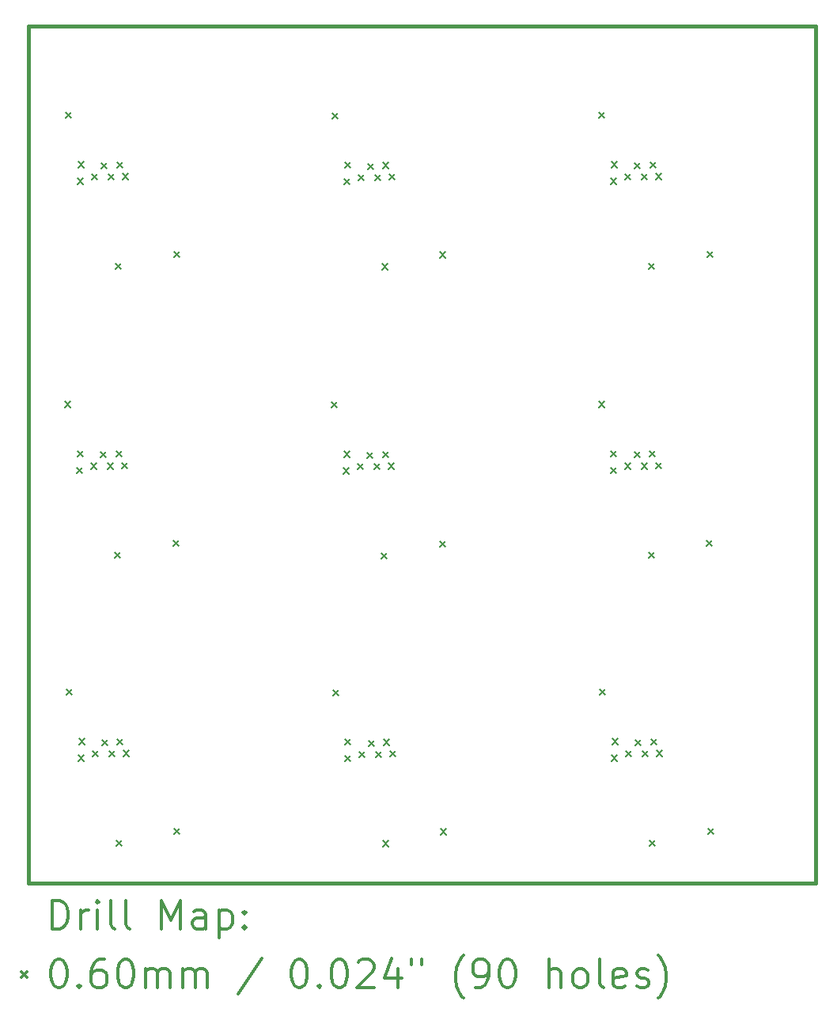
<source format=gbr>
%FSLAX45Y45*%
G04 Gerber Fmt 4.5, Leading zero omitted, Abs format (unit mm)*
G04 Created by KiCad (PCBNEW 4.0.5+dfsg1-4) date Wed Nov 21 21:13:59 2018*
%MOMM*%
%LPD*%
G01*
G04 APERTURE LIST*
%ADD10C,0.127000*%
%ADD11C,0.381000*%
%ADD12C,0.200000*%
%ADD13C,0.300000*%
G04 APERTURE END LIST*
D10*
D11*
X18522950Y-5708650D02*
X18522950Y-14878050D01*
X10102850Y-5708650D02*
X18522950Y-5708650D01*
X10102850Y-14878050D02*
X10102850Y-5708650D01*
X18522950Y-14878050D02*
X10102850Y-14878050D01*
D12*
X10492878Y-9723628D02*
X10552822Y-9783572D01*
X10552822Y-9723628D02*
X10492878Y-9783572D01*
X10499228Y-6631178D02*
X10559172Y-6691122D01*
X10559172Y-6631178D02*
X10499228Y-6691122D01*
X10505578Y-12803378D02*
X10565522Y-12863322D01*
X10565522Y-12803378D02*
X10505578Y-12863322D01*
X10618978Y-10428478D02*
X10678922Y-10488422D01*
X10678922Y-10428478D02*
X10618978Y-10488422D01*
X10625328Y-7336028D02*
X10685272Y-7395972D01*
X10685272Y-7336028D02*
X10625328Y-7395972D01*
X10625328Y-10250678D02*
X10685272Y-10310622D01*
X10685272Y-10250678D02*
X10625328Y-10310622D01*
X10631678Y-7158228D02*
X10691622Y-7218172D01*
X10691622Y-7158228D02*
X10631678Y-7218172D01*
X10631678Y-13508228D02*
X10691622Y-13568172D01*
X10691622Y-13508228D02*
X10631678Y-13568172D01*
X10638028Y-13330428D02*
X10697972Y-13390372D01*
X10697972Y-13330428D02*
X10638028Y-13390372D01*
X10771378Y-10384028D02*
X10831322Y-10443972D01*
X10831322Y-10384028D02*
X10771378Y-10443972D01*
X10777728Y-7291578D02*
X10837672Y-7351522D01*
X10837672Y-7291578D02*
X10777728Y-7351522D01*
X10784078Y-13463778D02*
X10844022Y-13523722D01*
X10844022Y-13463778D02*
X10784078Y-13523722D01*
X10872978Y-10263378D02*
X10932922Y-10323322D01*
X10932922Y-10263378D02*
X10872978Y-10323322D01*
X10879328Y-7170928D02*
X10939272Y-7230872D01*
X10939272Y-7170928D02*
X10879328Y-7230872D01*
X10885678Y-13343128D02*
X10945622Y-13403072D01*
X10945622Y-13343128D02*
X10885678Y-13403072D01*
X10949178Y-10384028D02*
X11009122Y-10443972D01*
X11009122Y-10384028D02*
X10949178Y-10443972D01*
X10955528Y-7291578D02*
X11015472Y-7351522D01*
X11015472Y-7291578D02*
X10955528Y-7351522D01*
X10961878Y-13463778D02*
X11021822Y-13523722D01*
X11021822Y-13463778D02*
X10961878Y-13523722D01*
X11025378Y-11336528D02*
X11085322Y-11396472D01*
X11085322Y-11336528D02*
X11025378Y-11396472D01*
X11031728Y-8244078D02*
X11091672Y-8304022D01*
X11091672Y-8244078D02*
X11031728Y-8304022D01*
X11038078Y-14416278D02*
X11098022Y-14476222D01*
X11098022Y-14416278D02*
X11038078Y-14476222D01*
X11039178Y-10253028D02*
X11099122Y-10312972D01*
X11099122Y-10253028D02*
X11039178Y-10312972D01*
X11045528Y-7160578D02*
X11105472Y-7220522D01*
X11105472Y-7160578D02*
X11045528Y-7220522D01*
X11051878Y-13332778D02*
X11111822Y-13392722D01*
X11111822Y-13332778D02*
X11051878Y-13392722D01*
X11101578Y-10377678D02*
X11161522Y-10437622D01*
X11161522Y-10377678D02*
X11101578Y-10437622D01*
X11107928Y-7285228D02*
X11167872Y-7345172D01*
X11167872Y-7285228D02*
X11107928Y-7345172D01*
X11114278Y-13457428D02*
X11174222Y-13517372D01*
X11174222Y-13457428D02*
X11114278Y-13517372D01*
X11647678Y-11209528D02*
X11707622Y-11269472D01*
X11707622Y-11209528D02*
X11647678Y-11269472D01*
X11654028Y-8117078D02*
X11713972Y-8177022D01*
X11713972Y-8117078D02*
X11654028Y-8177022D01*
X11660378Y-14289278D02*
X11720322Y-14349222D01*
X11720322Y-14289278D02*
X11660378Y-14349222D01*
X13344028Y-9729978D02*
X13403972Y-9789922D01*
X13403972Y-9729978D02*
X13344028Y-9789922D01*
X13350378Y-6637528D02*
X13410322Y-6697472D01*
X13410322Y-6637528D02*
X13350378Y-6697472D01*
X13356728Y-12809728D02*
X13416672Y-12869672D01*
X13416672Y-12809728D02*
X13356728Y-12869672D01*
X13470128Y-10434828D02*
X13530072Y-10494772D01*
X13530072Y-10434828D02*
X13470128Y-10494772D01*
X13476478Y-7342378D02*
X13536422Y-7402322D01*
X13536422Y-7342378D02*
X13476478Y-7402322D01*
X13476478Y-10257028D02*
X13536422Y-10316972D01*
X13536422Y-10257028D02*
X13476478Y-10316972D01*
X13482828Y-7164578D02*
X13542772Y-7224522D01*
X13542772Y-7164578D02*
X13482828Y-7224522D01*
X13482828Y-13514578D02*
X13542772Y-13574522D01*
X13542772Y-13514578D02*
X13482828Y-13574522D01*
X13489178Y-13336778D02*
X13549122Y-13396722D01*
X13549122Y-13336778D02*
X13489178Y-13396722D01*
X13622528Y-10390378D02*
X13682472Y-10450322D01*
X13682472Y-10390378D02*
X13622528Y-10450322D01*
X13628878Y-7297928D02*
X13688822Y-7357872D01*
X13688822Y-7297928D02*
X13628878Y-7357872D01*
X13635228Y-13470128D02*
X13695172Y-13530072D01*
X13695172Y-13470128D02*
X13635228Y-13530072D01*
X13724128Y-10269728D02*
X13784072Y-10329672D01*
X13784072Y-10269728D02*
X13724128Y-10329672D01*
X13730478Y-7177278D02*
X13790422Y-7237222D01*
X13790422Y-7177278D02*
X13730478Y-7237222D01*
X13736828Y-13349478D02*
X13796772Y-13409422D01*
X13796772Y-13349478D02*
X13736828Y-13409422D01*
X13800328Y-10390378D02*
X13860272Y-10450322D01*
X13860272Y-10390378D02*
X13800328Y-10450322D01*
X13806678Y-7297928D02*
X13866622Y-7357872D01*
X13866622Y-7297928D02*
X13806678Y-7357872D01*
X13813028Y-13470128D02*
X13872972Y-13530072D01*
X13872972Y-13470128D02*
X13813028Y-13530072D01*
X13876528Y-11342878D02*
X13936472Y-11402822D01*
X13936472Y-11342878D02*
X13876528Y-11402822D01*
X13882878Y-8250428D02*
X13942822Y-8310372D01*
X13942822Y-8250428D02*
X13882878Y-8310372D01*
X13889228Y-14422628D02*
X13949172Y-14482572D01*
X13949172Y-14422628D02*
X13889228Y-14482572D01*
X13890328Y-10259378D02*
X13950272Y-10319322D01*
X13950272Y-10259378D02*
X13890328Y-10319322D01*
X13896678Y-7166928D02*
X13956622Y-7226872D01*
X13956622Y-7166928D02*
X13896678Y-7226872D01*
X13903028Y-13339128D02*
X13962972Y-13399072D01*
X13962972Y-13339128D02*
X13903028Y-13399072D01*
X13952728Y-10384028D02*
X14012672Y-10443972D01*
X14012672Y-10384028D02*
X13952728Y-10443972D01*
X13959078Y-7291578D02*
X14019022Y-7351522D01*
X14019022Y-7291578D02*
X13959078Y-7351522D01*
X13965428Y-13463778D02*
X14025372Y-13523722D01*
X14025372Y-13463778D02*
X13965428Y-13523722D01*
X14498828Y-11215878D02*
X14558772Y-11275822D01*
X14558772Y-11215878D02*
X14498828Y-11275822D01*
X14505178Y-8123428D02*
X14565122Y-8183372D01*
X14565122Y-8123428D02*
X14505178Y-8183372D01*
X14511528Y-14295628D02*
X14571472Y-14355572D01*
X14571472Y-14295628D02*
X14511528Y-14355572D01*
X16201528Y-9723628D02*
X16261472Y-9783572D01*
X16261472Y-9723628D02*
X16201528Y-9783572D01*
X16207878Y-6631178D02*
X16267822Y-6691122D01*
X16267822Y-6631178D02*
X16207878Y-6691122D01*
X16214228Y-12803378D02*
X16274172Y-12863322D01*
X16274172Y-12803378D02*
X16214228Y-12863322D01*
X16327628Y-10428478D02*
X16387572Y-10488422D01*
X16387572Y-10428478D02*
X16327628Y-10488422D01*
X16333978Y-7336028D02*
X16393922Y-7395972D01*
X16393922Y-7336028D02*
X16333978Y-7395972D01*
X16333978Y-10250678D02*
X16393922Y-10310622D01*
X16393922Y-10250678D02*
X16333978Y-10310622D01*
X16340328Y-7158228D02*
X16400272Y-7218172D01*
X16400272Y-7158228D02*
X16340328Y-7218172D01*
X16340328Y-13508228D02*
X16400272Y-13568172D01*
X16400272Y-13508228D02*
X16340328Y-13568172D01*
X16346678Y-13330428D02*
X16406622Y-13390372D01*
X16406622Y-13330428D02*
X16346678Y-13390372D01*
X16480028Y-10384028D02*
X16539972Y-10443972D01*
X16539972Y-10384028D02*
X16480028Y-10443972D01*
X16486378Y-7291578D02*
X16546322Y-7351522D01*
X16546322Y-7291578D02*
X16486378Y-7351522D01*
X16492728Y-13463778D02*
X16552672Y-13523722D01*
X16552672Y-13463778D02*
X16492728Y-13523722D01*
X16581628Y-10263378D02*
X16641572Y-10323322D01*
X16641572Y-10263378D02*
X16581628Y-10323322D01*
X16587978Y-7170928D02*
X16647922Y-7230872D01*
X16647922Y-7170928D02*
X16587978Y-7230872D01*
X16594328Y-13343128D02*
X16654272Y-13403072D01*
X16654272Y-13343128D02*
X16594328Y-13403072D01*
X16657828Y-10384028D02*
X16717772Y-10443972D01*
X16717772Y-10384028D02*
X16657828Y-10443972D01*
X16664178Y-7291578D02*
X16724122Y-7351522D01*
X16724122Y-7291578D02*
X16664178Y-7351522D01*
X16670528Y-13463778D02*
X16730472Y-13523722D01*
X16730472Y-13463778D02*
X16670528Y-13523722D01*
X16734028Y-11336528D02*
X16793972Y-11396472D01*
X16793972Y-11336528D02*
X16734028Y-11396472D01*
X16740378Y-8244078D02*
X16800322Y-8304022D01*
X16800322Y-8244078D02*
X16740378Y-8304022D01*
X16746728Y-14416278D02*
X16806672Y-14476222D01*
X16806672Y-14416278D02*
X16746728Y-14476222D01*
X16747828Y-10253028D02*
X16807772Y-10312972D01*
X16807772Y-10253028D02*
X16747828Y-10312972D01*
X16754178Y-7160578D02*
X16814122Y-7220522D01*
X16814122Y-7160578D02*
X16754178Y-7220522D01*
X16760528Y-13332778D02*
X16820472Y-13392722D01*
X16820472Y-13332778D02*
X16760528Y-13392722D01*
X16810228Y-10377678D02*
X16870172Y-10437622D01*
X16870172Y-10377678D02*
X16810228Y-10437622D01*
X16816578Y-7285228D02*
X16876522Y-7345172D01*
X16876522Y-7285228D02*
X16816578Y-7345172D01*
X16822928Y-13457428D02*
X16882872Y-13517372D01*
X16882872Y-13457428D02*
X16822928Y-13517372D01*
X17356328Y-11209528D02*
X17416272Y-11269472D01*
X17416272Y-11209528D02*
X17356328Y-11269472D01*
X17362678Y-8117078D02*
X17422622Y-8177022D01*
X17422622Y-8117078D02*
X17362678Y-8177022D01*
X17369028Y-14289278D02*
X17428972Y-14349222D01*
X17428972Y-14289278D02*
X17369028Y-14349222D01*
D13*
X10355229Y-15362814D02*
X10355229Y-15062814D01*
X10426657Y-15062814D01*
X10469514Y-15077100D01*
X10498086Y-15105671D01*
X10512371Y-15134243D01*
X10526657Y-15191386D01*
X10526657Y-15234243D01*
X10512371Y-15291386D01*
X10498086Y-15319957D01*
X10469514Y-15348529D01*
X10426657Y-15362814D01*
X10355229Y-15362814D01*
X10655229Y-15362814D02*
X10655229Y-15162814D01*
X10655229Y-15219957D02*
X10669514Y-15191386D01*
X10683800Y-15177100D01*
X10712371Y-15162814D01*
X10740943Y-15162814D01*
X10840943Y-15362814D02*
X10840943Y-15162814D01*
X10840943Y-15062814D02*
X10826657Y-15077100D01*
X10840943Y-15091386D01*
X10855229Y-15077100D01*
X10840943Y-15062814D01*
X10840943Y-15091386D01*
X11026657Y-15362814D02*
X10998086Y-15348529D01*
X10983800Y-15319957D01*
X10983800Y-15062814D01*
X11183800Y-15362814D02*
X11155229Y-15348529D01*
X11140943Y-15319957D01*
X11140943Y-15062814D01*
X11526657Y-15362814D02*
X11526657Y-15062814D01*
X11626657Y-15277100D01*
X11726657Y-15062814D01*
X11726657Y-15362814D01*
X11998086Y-15362814D02*
X11998086Y-15205671D01*
X11983800Y-15177100D01*
X11955228Y-15162814D01*
X11898086Y-15162814D01*
X11869514Y-15177100D01*
X11998086Y-15348529D02*
X11969514Y-15362814D01*
X11898086Y-15362814D01*
X11869514Y-15348529D01*
X11855228Y-15319957D01*
X11855228Y-15291386D01*
X11869514Y-15262814D01*
X11898086Y-15248529D01*
X11969514Y-15248529D01*
X11998086Y-15234243D01*
X12140943Y-15162814D02*
X12140943Y-15462814D01*
X12140943Y-15177100D02*
X12169514Y-15162814D01*
X12226657Y-15162814D01*
X12255228Y-15177100D01*
X12269514Y-15191386D01*
X12283800Y-15219957D01*
X12283800Y-15305671D01*
X12269514Y-15334243D01*
X12255228Y-15348529D01*
X12226657Y-15362814D01*
X12169514Y-15362814D01*
X12140943Y-15348529D01*
X12412371Y-15334243D02*
X12426657Y-15348529D01*
X12412371Y-15362814D01*
X12398086Y-15348529D01*
X12412371Y-15334243D01*
X12412371Y-15362814D01*
X12412371Y-15177100D02*
X12426657Y-15191386D01*
X12412371Y-15205671D01*
X12398086Y-15191386D01*
X12412371Y-15177100D01*
X12412371Y-15205671D01*
X10023856Y-15827128D02*
X10083800Y-15887072D01*
X10083800Y-15827128D02*
X10023856Y-15887072D01*
X10412371Y-15692814D02*
X10440943Y-15692814D01*
X10469514Y-15707100D01*
X10483800Y-15721386D01*
X10498086Y-15749957D01*
X10512371Y-15807100D01*
X10512371Y-15878529D01*
X10498086Y-15935671D01*
X10483800Y-15964243D01*
X10469514Y-15978529D01*
X10440943Y-15992814D01*
X10412371Y-15992814D01*
X10383800Y-15978529D01*
X10369514Y-15964243D01*
X10355229Y-15935671D01*
X10340943Y-15878529D01*
X10340943Y-15807100D01*
X10355229Y-15749957D01*
X10369514Y-15721386D01*
X10383800Y-15707100D01*
X10412371Y-15692814D01*
X10640943Y-15964243D02*
X10655229Y-15978529D01*
X10640943Y-15992814D01*
X10626657Y-15978529D01*
X10640943Y-15964243D01*
X10640943Y-15992814D01*
X10912371Y-15692814D02*
X10855228Y-15692814D01*
X10826657Y-15707100D01*
X10812371Y-15721386D01*
X10783800Y-15764243D01*
X10769514Y-15821386D01*
X10769514Y-15935671D01*
X10783800Y-15964243D01*
X10798086Y-15978529D01*
X10826657Y-15992814D01*
X10883800Y-15992814D01*
X10912371Y-15978529D01*
X10926657Y-15964243D01*
X10940943Y-15935671D01*
X10940943Y-15864243D01*
X10926657Y-15835671D01*
X10912371Y-15821386D01*
X10883800Y-15807100D01*
X10826657Y-15807100D01*
X10798086Y-15821386D01*
X10783800Y-15835671D01*
X10769514Y-15864243D01*
X11126657Y-15692814D02*
X11155229Y-15692814D01*
X11183800Y-15707100D01*
X11198086Y-15721386D01*
X11212371Y-15749957D01*
X11226657Y-15807100D01*
X11226657Y-15878529D01*
X11212371Y-15935671D01*
X11198086Y-15964243D01*
X11183800Y-15978529D01*
X11155229Y-15992814D01*
X11126657Y-15992814D01*
X11098086Y-15978529D01*
X11083800Y-15964243D01*
X11069514Y-15935671D01*
X11055229Y-15878529D01*
X11055229Y-15807100D01*
X11069514Y-15749957D01*
X11083800Y-15721386D01*
X11098086Y-15707100D01*
X11126657Y-15692814D01*
X11355228Y-15992814D02*
X11355228Y-15792814D01*
X11355228Y-15821386D02*
X11369514Y-15807100D01*
X11398086Y-15792814D01*
X11440943Y-15792814D01*
X11469514Y-15807100D01*
X11483800Y-15835671D01*
X11483800Y-15992814D01*
X11483800Y-15835671D02*
X11498086Y-15807100D01*
X11526657Y-15792814D01*
X11569514Y-15792814D01*
X11598086Y-15807100D01*
X11612371Y-15835671D01*
X11612371Y-15992814D01*
X11755228Y-15992814D02*
X11755228Y-15792814D01*
X11755228Y-15821386D02*
X11769514Y-15807100D01*
X11798086Y-15792814D01*
X11840943Y-15792814D01*
X11869514Y-15807100D01*
X11883800Y-15835671D01*
X11883800Y-15992814D01*
X11883800Y-15835671D02*
X11898086Y-15807100D01*
X11926657Y-15792814D01*
X11969514Y-15792814D01*
X11998086Y-15807100D01*
X12012371Y-15835671D01*
X12012371Y-15992814D01*
X12598086Y-15678529D02*
X12340943Y-16064243D01*
X12983800Y-15692814D02*
X13012371Y-15692814D01*
X13040943Y-15707100D01*
X13055228Y-15721386D01*
X13069514Y-15749957D01*
X13083800Y-15807100D01*
X13083800Y-15878529D01*
X13069514Y-15935671D01*
X13055228Y-15964243D01*
X13040943Y-15978529D01*
X13012371Y-15992814D01*
X12983800Y-15992814D01*
X12955228Y-15978529D01*
X12940943Y-15964243D01*
X12926657Y-15935671D01*
X12912371Y-15878529D01*
X12912371Y-15807100D01*
X12926657Y-15749957D01*
X12940943Y-15721386D01*
X12955228Y-15707100D01*
X12983800Y-15692814D01*
X13212371Y-15964243D02*
X13226657Y-15978529D01*
X13212371Y-15992814D01*
X13198086Y-15978529D01*
X13212371Y-15964243D01*
X13212371Y-15992814D01*
X13412371Y-15692814D02*
X13440943Y-15692814D01*
X13469514Y-15707100D01*
X13483800Y-15721386D01*
X13498085Y-15749957D01*
X13512371Y-15807100D01*
X13512371Y-15878529D01*
X13498085Y-15935671D01*
X13483800Y-15964243D01*
X13469514Y-15978529D01*
X13440943Y-15992814D01*
X13412371Y-15992814D01*
X13383800Y-15978529D01*
X13369514Y-15964243D01*
X13355228Y-15935671D01*
X13340943Y-15878529D01*
X13340943Y-15807100D01*
X13355228Y-15749957D01*
X13369514Y-15721386D01*
X13383800Y-15707100D01*
X13412371Y-15692814D01*
X13626657Y-15721386D02*
X13640943Y-15707100D01*
X13669514Y-15692814D01*
X13740943Y-15692814D01*
X13769514Y-15707100D01*
X13783800Y-15721386D01*
X13798085Y-15749957D01*
X13798085Y-15778529D01*
X13783800Y-15821386D01*
X13612371Y-15992814D01*
X13798085Y-15992814D01*
X14055228Y-15792814D02*
X14055228Y-15992814D01*
X13983800Y-15678529D02*
X13912371Y-15892814D01*
X14098085Y-15892814D01*
X14198086Y-15692814D02*
X14198086Y-15749957D01*
X14312371Y-15692814D02*
X14312371Y-15749957D01*
X14755228Y-16107100D02*
X14740943Y-16092814D01*
X14712371Y-16049957D01*
X14698085Y-16021386D01*
X14683800Y-15978529D01*
X14669514Y-15907100D01*
X14669514Y-15849957D01*
X14683800Y-15778529D01*
X14698085Y-15735671D01*
X14712371Y-15707100D01*
X14740943Y-15664243D01*
X14755228Y-15649957D01*
X14883800Y-15992814D02*
X14940943Y-15992814D01*
X14969514Y-15978529D01*
X14983800Y-15964243D01*
X15012371Y-15921386D01*
X15026657Y-15864243D01*
X15026657Y-15749957D01*
X15012371Y-15721386D01*
X14998085Y-15707100D01*
X14969514Y-15692814D01*
X14912371Y-15692814D01*
X14883800Y-15707100D01*
X14869514Y-15721386D01*
X14855228Y-15749957D01*
X14855228Y-15821386D01*
X14869514Y-15849957D01*
X14883800Y-15864243D01*
X14912371Y-15878529D01*
X14969514Y-15878529D01*
X14998085Y-15864243D01*
X15012371Y-15849957D01*
X15026657Y-15821386D01*
X15212371Y-15692814D02*
X15240943Y-15692814D01*
X15269514Y-15707100D01*
X15283800Y-15721386D01*
X15298085Y-15749957D01*
X15312371Y-15807100D01*
X15312371Y-15878529D01*
X15298085Y-15935671D01*
X15283800Y-15964243D01*
X15269514Y-15978529D01*
X15240943Y-15992814D01*
X15212371Y-15992814D01*
X15183800Y-15978529D01*
X15169514Y-15964243D01*
X15155228Y-15935671D01*
X15140943Y-15878529D01*
X15140943Y-15807100D01*
X15155228Y-15749957D01*
X15169514Y-15721386D01*
X15183800Y-15707100D01*
X15212371Y-15692814D01*
X15669514Y-15992814D02*
X15669514Y-15692814D01*
X15798085Y-15992814D02*
X15798085Y-15835671D01*
X15783800Y-15807100D01*
X15755228Y-15792814D01*
X15712371Y-15792814D01*
X15683800Y-15807100D01*
X15669514Y-15821386D01*
X15983800Y-15992814D02*
X15955228Y-15978529D01*
X15940943Y-15964243D01*
X15926657Y-15935671D01*
X15926657Y-15849957D01*
X15940943Y-15821386D01*
X15955228Y-15807100D01*
X15983800Y-15792814D01*
X16026657Y-15792814D01*
X16055228Y-15807100D01*
X16069514Y-15821386D01*
X16083800Y-15849957D01*
X16083800Y-15935671D01*
X16069514Y-15964243D01*
X16055228Y-15978529D01*
X16026657Y-15992814D01*
X15983800Y-15992814D01*
X16255228Y-15992814D02*
X16226657Y-15978529D01*
X16212371Y-15949957D01*
X16212371Y-15692814D01*
X16483800Y-15978529D02*
X16455228Y-15992814D01*
X16398086Y-15992814D01*
X16369514Y-15978529D01*
X16355228Y-15949957D01*
X16355228Y-15835671D01*
X16369514Y-15807100D01*
X16398086Y-15792814D01*
X16455228Y-15792814D01*
X16483800Y-15807100D01*
X16498086Y-15835671D01*
X16498086Y-15864243D01*
X16355228Y-15892814D01*
X16612371Y-15978529D02*
X16640943Y-15992814D01*
X16698086Y-15992814D01*
X16726657Y-15978529D01*
X16740943Y-15949957D01*
X16740943Y-15935671D01*
X16726657Y-15907100D01*
X16698086Y-15892814D01*
X16655228Y-15892814D01*
X16626657Y-15878529D01*
X16612371Y-15849957D01*
X16612371Y-15835671D01*
X16626657Y-15807100D01*
X16655228Y-15792814D01*
X16698086Y-15792814D01*
X16726657Y-15807100D01*
X16840943Y-16107100D02*
X16855229Y-16092814D01*
X16883800Y-16049957D01*
X16898086Y-16021386D01*
X16912371Y-15978529D01*
X16926657Y-15907100D01*
X16926657Y-15849957D01*
X16912371Y-15778529D01*
X16898086Y-15735671D01*
X16883800Y-15707100D01*
X16855229Y-15664243D01*
X16840943Y-15649957D01*
M02*

</source>
